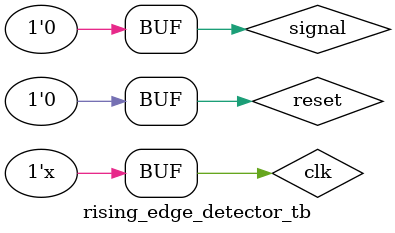
<source format=v>
`timescale 1ns / 1ps
module rising_edge_detector_tb;
reg clk;
reg signal;
reg reset;
wire outedge;
rising_edge_detector uut (
.clk(clk),
.signal(signal),
.reset(reset),
.outedge(outedge)
);
initial
begin
clk = 0;
signal = 0;
reset = 1;
#20
signal = 0;
reset = 0;
#20
signal = 0;
reset = 0;
#20
signal = 1; // should output 1
reset = 0;
#20
signal = 1;
reset = 0;
#20
signal = 1; // should still be 0
reset = 0;
#20
signal = 0; // at stage 00
reset = 0;
#20
signal = 0; // stays at stage 00
reset = 0;
#20
signal = 0;
reset = 0;
#20
signal = 1; // should output 1
reset = 0;
#20
signal = 0; // should still move to 10
reset = 0;
#20
signal = 1; // should still be 0
reset = 0;
#20
signal = 0;
reset = 0;
#20
signal = 1; // should output 1
reset = 0;
#20
signal = 0; // should still move to 10
reset = 0;
#20
signal = 1; // should still be 0
reset = 0;
#20
signal = 0;
reset = 0;
end
always
#5 clk = ~clk;
endmodule
</source>
